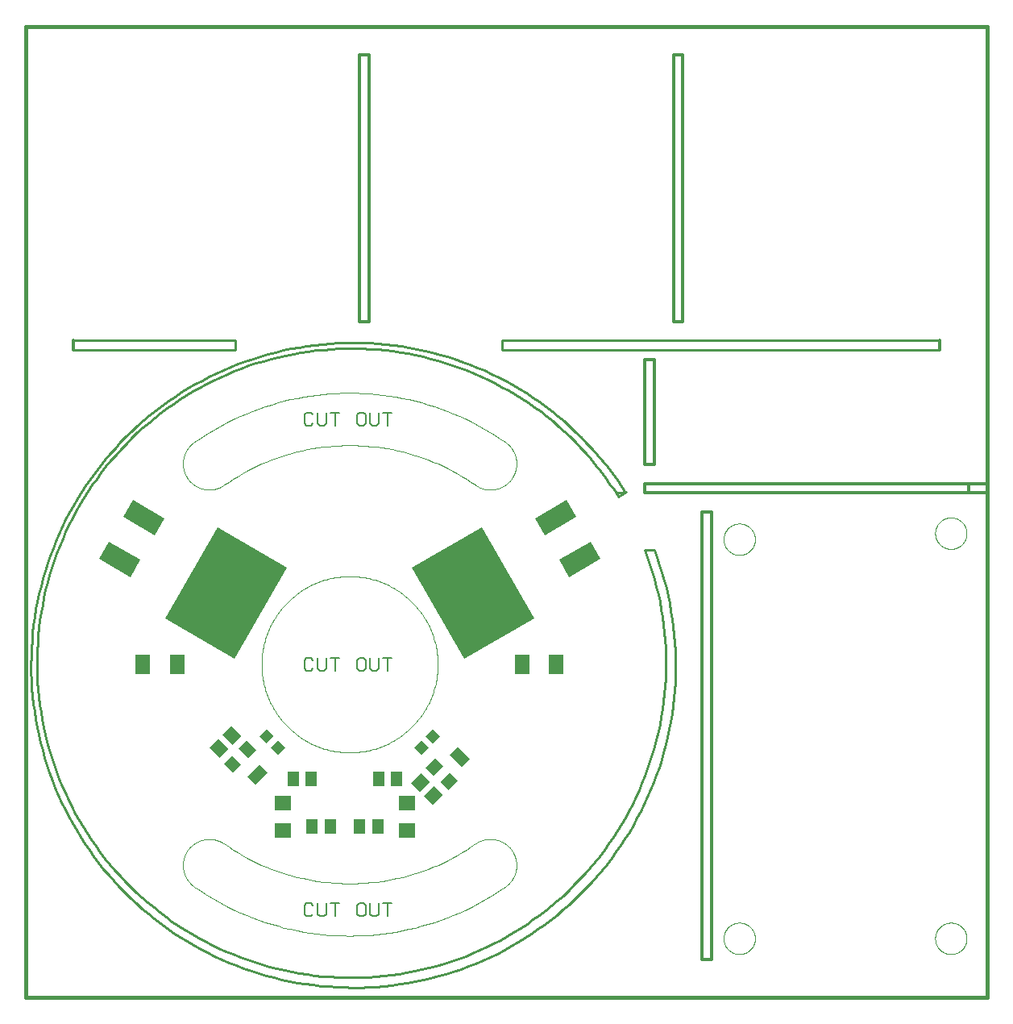
<source format=gtp>
G75*
%MOIN*%
%OFA0B0*%
%FSLAX25Y25*%
%IPPOS*%
%LPD*%
%AMOC8*
5,1,8,0,0,1.08239X$1,22.5*
%
%ADD10C,0.00000*%
%ADD11C,0.00500*%
%ADD12C,0.00000*%
%ADD13C,0.01600*%
%ADD14C,0.01200*%
%ADD15C,0.01000*%
%ADD16R,0.43307X0.33465*%
%ADD17R,0.15000X0.08189*%
%ADD18R,0.04134X0.04252*%
%ADD19R,0.05118X0.05906*%
%ADD20R,0.05906X0.08268*%
%ADD21R,0.07087X0.04724*%
%ADD22R,0.04724X0.05512*%
%ADD23R,0.07098X0.06299*%
D10*
X0099241Y0163309D02*
X0099252Y0164203D01*
X0099285Y0165096D01*
X0099340Y0165988D01*
X0099416Y0166878D01*
X0099515Y0167767D01*
X0099635Y0168652D01*
X0099777Y0169535D01*
X0099941Y0170414D01*
X0100126Y0171288D01*
X0100332Y0172158D01*
X0100560Y0173022D01*
X0100809Y0173880D01*
X0101079Y0174732D01*
X0101370Y0175578D01*
X0101681Y0176415D01*
X0102013Y0177245D01*
X0102365Y0178067D01*
X0102737Y0178879D01*
X0103129Y0179682D01*
X0103541Y0180476D01*
X0103972Y0181259D01*
X0104422Y0182031D01*
X0104891Y0182792D01*
X0105378Y0183541D01*
X0105884Y0184278D01*
X0106408Y0185003D01*
X0106949Y0185714D01*
X0107507Y0186412D01*
X0108083Y0187096D01*
X0108675Y0187765D01*
X0109283Y0188420D01*
X0109907Y0189060D01*
X0110547Y0189684D01*
X0111202Y0190292D01*
X0111871Y0190884D01*
X0112555Y0191460D01*
X0113253Y0192018D01*
X0113964Y0192559D01*
X0114689Y0193083D01*
X0115426Y0193589D01*
X0116175Y0194076D01*
X0116936Y0194545D01*
X0117708Y0194995D01*
X0118491Y0195426D01*
X0119285Y0195838D01*
X0120088Y0196230D01*
X0120900Y0196602D01*
X0121722Y0196954D01*
X0122552Y0197286D01*
X0123389Y0197597D01*
X0124235Y0197888D01*
X0125087Y0198158D01*
X0125945Y0198407D01*
X0126809Y0198635D01*
X0127679Y0198841D01*
X0128553Y0199026D01*
X0129432Y0199190D01*
X0130315Y0199332D01*
X0131200Y0199452D01*
X0132089Y0199551D01*
X0132979Y0199627D01*
X0133871Y0199682D01*
X0134764Y0199715D01*
X0135658Y0199726D01*
X0136552Y0199715D01*
X0137445Y0199682D01*
X0138337Y0199627D01*
X0139227Y0199551D01*
X0140116Y0199452D01*
X0141001Y0199332D01*
X0141884Y0199190D01*
X0142763Y0199026D01*
X0143637Y0198841D01*
X0144507Y0198635D01*
X0145371Y0198407D01*
X0146229Y0198158D01*
X0147081Y0197888D01*
X0147927Y0197597D01*
X0148764Y0197286D01*
X0149594Y0196954D01*
X0150416Y0196602D01*
X0151228Y0196230D01*
X0152031Y0195838D01*
X0152825Y0195426D01*
X0153608Y0194995D01*
X0154380Y0194545D01*
X0155141Y0194076D01*
X0155890Y0193589D01*
X0156627Y0193083D01*
X0157352Y0192559D01*
X0158063Y0192018D01*
X0158761Y0191460D01*
X0159445Y0190884D01*
X0160114Y0190292D01*
X0160769Y0189684D01*
X0161409Y0189060D01*
X0162033Y0188420D01*
X0162641Y0187765D01*
X0163233Y0187096D01*
X0163809Y0186412D01*
X0164367Y0185714D01*
X0164908Y0185003D01*
X0165432Y0184278D01*
X0165938Y0183541D01*
X0166425Y0182792D01*
X0166894Y0182031D01*
X0167344Y0181259D01*
X0167775Y0180476D01*
X0168187Y0179682D01*
X0168579Y0178879D01*
X0168951Y0178067D01*
X0169303Y0177245D01*
X0169635Y0176415D01*
X0169946Y0175578D01*
X0170237Y0174732D01*
X0170507Y0173880D01*
X0170756Y0173022D01*
X0170984Y0172158D01*
X0171190Y0171288D01*
X0171375Y0170414D01*
X0171539Y0169535D01*
X0171681Y0168652D01*
X0171801Y0167767D01*
X0171900Y0166878D01*
X0171976Y0165988D01*
X0172031Y0165096D01*
X0172064Y0164203D01*
X0172075Y0163309D01*
X0172064Y0162415D01*
X0172031Y0161522D01*
X0171976Y0160630D01*
X0171900Y0159740D01*
X0171801Y0158851D01*
X0171681Y0157966D01*
X0171539Y0157083D01*
X0171375Y0156204D01*
X0171190Y0155330D01*
X0170984Y0154460D01*
X0170756Y0153596D01*
X0170507Y0152738D01*
X0170237Y0151886D01*
X0169946Y0151040D01*
X0169635Y0150203D01*
X0169303Y0149373D01*
X0168951Y0148551D01*
X0168579Y0147739D01*
X0168187Y0146936D01*
X0167775Y0146142D01*
X0167344Y0145359D01*
X0166894Y0144587D01*
X0166425Y0143826D01*
X0165938Y0143077D01*
X0165432Y0142340D01*
X0164908Y0141615D01*
X0164367Y0140904D01*
X0163809Y0140206D01*
X0163233Y0139522D01*
X0162641Y0138853D01*
X0162033Y0138198D01*
X0161409Y0137558D01*
X0160769Y0136934D01*
X0160114Y0136326D01*
X0159445Y0135734D01*
X0158761Y0135158D01*
X0158063Y0134600D01*
X0157352Y0134059D01*
X0156627Y0133535D01*
X0155890Y0133029D01*
X0155141Y0132542D01*
X0154380Y0132073D01*
X0153608Y0131623D01*
X0152825Y0131192D01*
X0152031Y0130780D01*
X0151228Y0130388D01*
X0150416Y0130016D01*
X0149594Y0129664D01*
X0148764Y0129332D01*
X0147927Y0129021D01*
X0147081Y0128730D01*
X0146229Y0128460D01*
X0145371Y0128211D01*
X0144507Y0127983D01*
X0143637Y0127777D01*
X0142763Y0127592D01*
X0141884Y0127428D01*
X0141001Y0127286D01*
X0140116Y0127166D01*
X0139227Y0127067D01*
X0138337Y0126991D01*
X0137445Y0126936D01*
X0136552Y0126903D01*
X0135658Y0126892D01*
X0134764Y0126903D01*
X0133871Y0126936D01*
X0132979Y0126991D01*
X0132089Y0127067D01*
X0131200Y0127166D01*
X0130315Y0127286D01*
X0129432Y0127428D01*
X0128553Y0127592D01*
X0127679Y0127777D01*
X0126809Y0127983D01*
X0125945Y0128211D01*
X0125087Y0128460D01*
X0124235Y0128730D01*
X0123389Y0129021D01*
X0122552Y0129332D01*
X0121722Y0129664D01*
X0120900Y0130016D01*
X0120088Y0130388D01*
X0119285Y0130780D01*
X0118491Y0131192D01*
X0117708Y0131623D01*
X0116936Y0132073D01*
X0116175Y0132542D01*
X0115426Y0133029D01*
X0114689Y0133535D01*
X0113964Y0134059D01*
X0113253Y0134600D01*
X0112555Y0135158D01*
X0111871Y0135734D01*
X0111202Y0136326D01*
X0110547Y0136934D01*
X0109907Y0137558D01*
X0109283Y0138198D01*
X0108675Y0138853D01*
X0108083Y0139522D01*
X0107507Y0140206D01*
X0106949Y0140904D01*
X0106408Y0141615D01*
X0105884Y0142340D01*
X0105378Y0143077D01*
X0104891Y0143826D01*
X0104422Y0144587D01*
X0103972Y0145359D01*
X0103541Y0146142D01*
X0103129Y0146936D01*
X0102737Y0147739D01*
X0102365Y0148551D01*
X0102013Y0149373D01*
X0101681Y0150203D01*
X0101370Y0151040D01*
X0101079Y0151886D01*
X0100809Y0152738D01*
X0100560Y0153596D01*
X0100332Y0154460D01*
X0100126Y0155330D01*
X0099941Y0156204D01*
X0099777Y0157083D01*
X0099635Y0157966D01*
X0099515Y0158851D01*
X0099416Y0159740D01*
X0099340Y0160630D01*
X0099285Y0161522D01*
X0099252Y0162415D01*
X0099241Y0163309D01*
D11*
X0116876Y0161508D02*
X0117778Y0160607D01*
X0119581Y0160607D01*
X0120483Y0161508D01*
X0122314Y0161508D02*
X0123216Y0160607D01*
X0125019Y0160607D01*
X0125921Y0161508D01*
X0125921Y0166017D01*
X0127752Y0166017D02*
X0131358Y0166017D01*
X0129555Y0166017D02*
X0129555Y0160607D01*
X0122314Y0161508D02*
X0122314Y0166017D01*
X0120483Y0165115D02*
X0119581Y0166017D01*
X0117778Y0166017D01*
X0116876Y0165115D01*
X0116876Y0161508D01*
X0138627Y0161508D02*
X0139529Y0160607D01*
X0141332Y0160607D01*
X0142234Y0161508D01*
X0142234Y0165115D01*
X0141332Y0166017D01*
X0139529Y0166017D01*
X0138627Y0165115D01*
X0138627Y0161508D01*
X0144065Y0161508D02*
X0144966Y0160607D01*
X0146770Y0160607D01*
X0147672Y0161508D01*
X0147672Y0166017D01*
X0149503Y0166017D02*
X0153109Y0166017D01*
X0151306Y0166017D02*
X0151306Y0160607D01*
X0144065Y0161508D02*
X0144065Y0166017D01*
X0144966Y0261985D02*
X0146770Y0261985D01*
X0147672Y0262886D01*
X0147672Y0267395D01*
X0149503Y0267395D02*
X0153109Y0267395D01*
X0151306Y0267395D02*
X0151306Y0261985D01*
X0144966Y0261985D02*
X0144065Y0262886D01*
X0144065Y0267395D01*
X0142234Y0266493D02*
X0142234Y0262886D01*
X0141332Y0261985D01*
X0139529Y0261985D01*
X0138627Y0262886D01*
X0138627Y0266493D01*
X0139529Y0267395D01*
X0141332Y0267395D01*
X0142234Y0266493D01*
X0131358Y0267395D02*
X0127752Y0267395D01*
X0129555Y0267395D02*
X0129555Y0261985D01*
X0125921Y0262886D02*
X0125921Y0267395D01*
X0122314Y0267395D02*
X0122314Y0262886D01*
X0123216Y0261985D01*
X0125019Y0261985D01*
X0125921Y0262886D01*
X0120483Y0262886D02*
X0119581Y0261985D01*
X0117778Y0261985D01*
X0116876Y0262886D01*
X0116876Y0266493D01*
X0117778Y0267395D01*
X0119581Y0267395D01*
X0120483Y0266493D01*
X0119581Y0064639D02*
X0117778Y0064639D01*
X0116876Y0063737D01*
X0116876Y0060130D01*
X0117778Y0059229D01*
X0119581Y0059229D01*
X0120483Y0060130D01*
X0122314Y0060130D02*
X0123216Y0059229D01*
X0125019Y0059229D01*
X0125921Y0060130D01*
X0125921Y0064639D01*
X0127752Y0064639D02*
X0131358Y0064639D01*
X0129555Y0064639D02*
X0129555Y0059229D01*
X0122314Y0060130D02*
X0122314Y0064639D01*
X0120483Y0063737D02*
X0119581Y0064639D01*
X0138627Y0063737D02*
X0138627Y0060130D01*
X0139529Y0059229D01*
X0141332Y0059229D01*
X0142234Y0060130D01*
X0142234Y0063737D01*
X0141332Y0064639D01*
X0139529Y0064639D01*
X0138627Y0063737D01*
X0144065Y0064639D02*
X0144065Y0060130D01*
X0144966Y0059229D01*
X0146770Y0059229D01*
X0147672Y0060130D01*
X0147672Y0064639D01*
X0149503Y0064639D02*
X0153109Y0064639D01*
X0151306Y0064639D02*
X0151306Y0059229D01*
D12*
X0187596Y0089134D02*
X0187812Y0089281D01*
X0188032Y0089424D01*
X0188255Y0089560D01*
X0188481Y0089692D01*
X0188710Y0089818D01*
X0188943Y0089938D01*
X0189178Y0090053D01*
X0189416Y0090162D01*
X0189656Y0090265D01*
X0189899Y0090362D01*
X0190144Y0090454D01*
X0190391Y0090539D01*
X0190640Y0090619D01*
X0190892Y0090692D01*
X0191144Y0090760D01*
X0191399Y0090821D01*
X0191655Y0090876D01*
X0191912Y0090925D01*
X0192170Y0090968D01*
X0192429Y0091004D01*
X0192689Y0091034D01*
X0192949Y0091058D01*
X0193210Y0091076D01*
X0193472Y0091087D01*
X0193733Y0091092D01*
X0193995Y0091090D01*
X0194256Y0091083D01*
X0194518Y0091069D01*
X0194779Y0091048D01*
X0195039Y0091022D01*
X0195298Y0090989D01*
X0195557Y0090949D01*
X0195815Y0090904D01*
X0196071Y0090852D01*
X0196326Y0090795D01*
X0196580Y0090731D01*
X0196832Y0090660D01*
X0197083Y0090584D01*
X0197331Y0090502D01*
X0197577Y0090414D01*
X0197821Y0090320D01*
X0198063Y0090220D01*
X0198303Y0090114D01*
X0198539Y0090003D01*
X0198773Y0089885D01*
X0199004Y0089763D01*
X0199232Y0089634D01*
X0199457Y0089500D01*
X0199678Y0089361D01*
X0199896Y0089217D01*
X0200111Y0089067D01*
X0200322Y0088912D01*
X0200529Y0088752D01*
X0200732Y0088587D01*
X0200931Y0088417D01*
X0201126Y0088243D01*
X0201317Y0088063D01*
X0201503Y0087880D01*
X0201685Y0087691D01*
X0201862Y0087499D01*
X0202034Y0087302D01*
X0202202Y0087101D01*
X0202365Y0086896D01*
X0202522Y0086688D01*
X0202675Y0086475D01*
X0202822Y0086259D01*
X0202965Y0086039D01*
X0203101Y0085816D01*
X0203233Y0085590D01*
X0203359Y0085361D01*
X0203479Y0085128D01*
X0203594Y0084893D01*
X0203703Y0084655D01*
X0203806Y0084415D01*
X0203903Y0084172D01*
X0203995Y0083927D01*
X0204080Y0083680D01*
X0204160Y0083431D01*
X0204233Y0083179D01*
X0204301Y0082927D01*
X0204362Y0082672D01*
X0204417Y0082416D01*
X0204466Y0082159D01*
X0204509Y0081901D01*
X0204545Y0081642D01*
X0204575Y0081382D01*
X0204599Y0081122D01*
X0204617Y0080861D01*
X0204628Y0080599D01*
X0204633Y0080338D01*
X0204631Y0080076D01*
X0204624Y0079815D01*
X0204610Y0079553D01*
X0204589Y0079292D01*
X0204563Y0079032D01*
X0204530Y0078773D01*
X0204490Y0078514D01*
X0204445Y0078256D01*
X0204393Y0078000D01*
X0204336Y0077745D01*
X0204272Y0077491D01*
X0204201Y0077239D01*
X0204125Y0076988D01*
X0204043Y0076740D01*
X0203955Y0076494D01*
X0203861Y0076250D01*
X0203761Y0076008D01*
X0203655Y0075768D01*
X0203544Y0075532D01*
X0203426Y0075298D01*
X0203304Y0075067D01*
X0203175Y0074839D01*
X0203041Y0074614D01*
X0202902Y0074393D01*
X0202758Y0074175D01*
X0202608Y0073960D01*
X0202453Y0073749D01*
X0202293Y0073542D01*
X0202128Y0073339D01*
X0201958Y0073140D01*
X0201784Y0072945D01*
X0201604Y0072754D01*
X0201421Y0072568D01*
X0201232Y0072386D01*
X0201040Y0072209D01*
X0200843Y0072037D01*
X0200642Y0071869D01*
X0200437Y0071706D01*
X0200229Y0071549D01*
X0200016Y0071396D01*
X0197751Y0069851D01*
X0195449Y0068362D01*
X0193112Y0066929D01*
X0190740Y0065554D01*
X0188335Y0064238D01*
X0185899Y0062980D01*
X0183433Y0061783D01*
X0180938Y0060646D01*
X0178416Y0059570D01*
X0175869Y0058557D01*
X0173297Y0057605D01*
X0170704Y0056717D01*
X0168089Y0055893D01*
X0165455Y0055133D01*
X0162803Y0054437D01*
X0160135Y0053806D01*
X0157452Y0053241D01*
X0154756Y0052741D01*
X0152049Y0052308D01*
X0149332Y0051940D01*
X0146607Y0051640D01*
X0143876Y0051405D01*
X0141139Y0051238D01*
X0138399Y0051137D01*
X0135658Y0051104D01*
X0132917Y0051137D01*
X0130177Y0051238D01*
X0127440Y0051405D01*
X0124709Y0051640D01*
X0121984Y0051940D01*
X0119267Y0052308D01*
X0116560Y0052741D01*
X0113864Y0053241D01*
X0111181Y0053806D01*
X0108513Y0054437D01*
X0105861Y0055133D01*
X0103227Y0055893D01*
X0100612Y0056717D01*
X0098019Y0057605D01*
X0095447Y0058557D01*
X0092900Y0059570D01*
X0090378Y0060646D01*
X0087883Y0061783D01*
X0085417Y0062980D01*
X0082981Y0064238D01*
X0080576Y0065554D01*
X0078204Y0066929D01*
X0075867Y0068362D01*
X0073565Y0069851D01*
X0071300Y0071396D01*
X0071087Y0071549D01*
X0070879Y0071706D01*
X0070674Y0071869D01*
X0070473Y0072037D01*
X0070276Y0072209D01*
X0070084Y0072386D01*
X0069895Y0072568D01*
X0069712Y0072754D01*
X0069532Y0072945D01*
X0069358Y0073140D01*
X0069188Y0073339D01*
X0069023Y0073542D01*
X0068863Y0073749D01*
X0068708Y0073960D01*
X0068558Y0074175D01*
X0068414Y0074393D01*
X0068275Y0074614D01*
X0068141Y0074839D01*
X0068012Y0075067D01*
X0067890Y0075298D01*
X0067772Y0075532D01*
X0067661Y0075768D01*
X0067555Y0076008D01*
X0067455Y0076250D01*
X0067361Y0076494D01*
X0067273Y0076740D01*
X0067191Y0076988D01*
X0067115Y0077239D01*
X0067044Y0077491D01*
X0066980Y0077745D01*
X0066923Y0078000D01*
X0066871Y0078256D01*
X0066826Y0078514D01*
X0066786Y0078773D01*
X0066753Y0079032D01*
X0066727Y0079292D01*
X0066706Y0079553D01*
X0066692Y0079815D01*
X0066685Y0080076D01*
X0066683Y0080338D01*
X0066688Y0080599D01*
X0066699Y0080861D01*
X0066717Y0081122D01*
X0066741Y0081382D01*
X0066771Y0081642D01*
X0066807Y0081901D01*
X0066850Y0082159D01*
X0066899Y0082416D01*
X0066954Y0082672D01*
X0067015Y0082927D01*
X0067083Y0083179D01*
X0067156Y0083431D01*
X0067236Y0083680D01*
X0067321Y0083927D01*
X0067413Y0084172D01*
X0067510Y0084415D01*
X0067613Y0084655D01*
X0067722Y0084893D01*
X0067837Y0085128D01*
X0067957Y0085361D01*
X0068083Y0085590D01*
X0068215Y0085816D01*
X0068351Y0086039D01*
X0068494Y0086259D01*
X0068641Y0086475D01*
X0068794Y0086688D01*
X0068951Y0086896D01*
X0069114Y0087101D01*
X0069282Y0087302D01*
X0069454Y0087499D01*
X0069631Y0087691D01*
X0069813Y0087880D01*
X0069999Y0088063D01*
X0070190Y0088243D01*
X0070385Y0088417D01*
X0070584Y0088587D01*
X0070787Y0088752D01*
X0070994Y0088912D01*
X0071205Y0089067D01*
X0071420Y0089217D01*
X0071638Y0089361D01*
X0071859Y0089500D01*
X0072084Y0089634D01*
X0072312Y0089763D01*
X0072543Y0089885D01*
X0072777Y0090003D01*
X0073013Y0090114D01*
X0073253Y0090220D01*
X0073495Y0090320D01*
X0073739Y0090414D01*
X0073985Y0090502D01*
X0074233Y0090584D01*
X0074484Y0090660D01*
X0074736Y0090731D01*
X0074990Y0090795D01*
X0075245Y0090852D01*
X0075501Y0090904D01*
X0075759Y0090949D01*
X0076018Y0090989D01*
X0076277Y0091022D01*
X0076537Y0091048D01*
X0076798Y0091069D01*
X0077060Y0091083D01*
X0077321Y0091090D01*
X0077583Y0091092D01*
X0077844Y0091087D01*
X0078106Y0091076D01*
X0078367Y0091058D01*
X0078627Y0091034D01*
X0078887Y0091004D01*
X0079146Y0090968D01*
X0079404Y0090925D01*
X0079661Y0090876D01*
X0079917Y0090821D01*
X0080172Y0090760D01*
X0080424Y0090692D01*
X0080676Y0090619D01*
X0080925Y0090539D01*
X0081172Y0090454D01*
X0081417Y0090362D01*
X0081660Y0090265D01*
X0081900Y0090162D01*
X0082138Y0090053D01*
X0082373Y0089938D01*
X0082606Y0089818D01*
X0082835Y0089692D01*
X0083061Y0089560D01*
X0083284Y0089424D01*
X0083504Y0089281D01*
X0083720Y0089134D01*
X0085548Y0087887D01*
X0087406Y0086685D01*
X0089292Y0085529D01*
X0091206Y0084420D01*
X0093147Y0083357D01*
X0095113Y0082342D01*
X0097103Y0081376D01*
X0099117Y0080458D01*
X0101152Y0079590D01*
X0103207Y0078772D01*
X0105283Y0078005D01*
X0107376Y0077288D01*
X0109486Y0076623D01*
X0111612Y0076009D01*
X0113752Y0075448D01*
X0115905Y0074939D01*
X0118070Y0074483D01*
X0120245Y0074079D01*
X0122430Y0073729D01*
X0124623Y0073433D01*
X0126822Y0073190D01*
X0129026Y0073001D01*
X0131235Y0072866D01*
X0133446Y0072785D01*
X0135658Y0072758D01*
X0137870Y0072785D01*
X0140081Y0072866D01*
X0142290Y0073001D01*
X0144494Y0073190D01*
X0146693Y0073433D01*
X0148886Y0073729D01*
X0151071Y0074079D01*
X0153246Y0074483D01*
X0155411Y0074939D01*
X0157564Y0075448D01*
X0159704Y0076009D01*
X0161830Y0076623D01*
X0163940Y0077288D01*
X0166033Y0078005D01*
X0168109Y0078772D01*
X0170164Y0079590D01*
X0172199Y0080458D01*
X0174213Y0081376D01*
X0176203Y0082342D01*
X0178169Y0083357D01*
X0180110Y0084420D01*
X0182024Y0085529D01*
X0183910Y0086685D01*
X0185768Y0087887D01*
X0187596Y0089134D01*
X0200016Y0255222D02*
X0197751Y0256767D01*
X0195449Y0258256D01*
X0193112Y0259689D01*
X0190740Y0261064D01*
X0188335Y0262380D01*
X0185899Y0263638D01*
X0183433Y0264835D01*
X0180938Y0265972D01*
X0178416Y0267048D01*
X0175869Y0268061D01*
X0173297Y0269013D01*
X0170704Y0269901D01*
X0168089Y0270725D01*
X0165455Y0271485D01*
X0162803Y0272181D01*
X0160135Y0272812D01*
X0157452Y0273377D01*
X0154756Y0273877D01*
X0152049Y0274310D01*
X0149332Y0274678D01*
X0146607Y0274978D01*
X0143876Y0275213D01*
X0141139Y0275380D01*
X0138399Y0275481D01*
X0135658Y0275514D01*
X0132917Y0275481D01*
X0130177Y0275380D01*
X0127440Y0275213D01*
X0124709Y0274978D01*
X0121984Y0274678D01*
X0119267Y0274310D01*
X0116560Y0273877D01*
X0113864Y0273377D01*
X0111181Y0272812D01*
X0108513Y0272181D01*
X0105861Y0271485D01*
X0103227Y0270725D01*
X0100612Y0269901D01*
X0098019Y0269013D01*
X0095447Y0268061D01*
X0092900Y0267048D01*
X0090378Y0265972D01*
X0087883Y0264835D01*
X0085417Y0263638D01*
X0082981Y0262380D01*
X0080576Y0261064D01*
X0078204Y0259689D01*
X0075867Y0258256D01*
X0073565Y0256767D01*
X0071300Y0255222D01*
X0071087Y0255069D01*
X0070879Y0254912D01*
X0070674Y0254749D01*
X0070473Y0254581D01*
X0070276Y0254409D01*
X0070084Y0254232D01*
X0069895Y0254050D01*
X0069712Y0253864D01*
X0069532Y0253673D01*
X0069358Y0253478D01*
X0069188Y0253279D01*
X0069023Y0253076D01*
X0068863Y0252869D01*
X0068708Y0252658D01*
X0068558Y0252443D01*
X0068414Y0252225D01*
X0068275Y0252004D01*
X0068141Y0251779D01*
X0068012Y0251551D01*
X0067890Y0251320D01*
X0067772Y0251086D01*
X0067661Y0250850D01*
X0067555Y0250610D01*
X0067455Y0250368D01*
X0067361Y0250124D01*
X0067273Y0249878D01*
X0067191Y0249630D01*
X0067115Y0249379D01*
X0067044Y0249127D01*
X0066980Y0248873D01*
X0066923Y0248618D01*
X0066871Y0248362D01*
X0066826Y0248104D01*
X0066786Y0247845D01*
X0066753Y0247586D01*
X0066727Y0247326D01*
X0066706Y0247065D01*
X0066692Y0246803D01*
X0066685Y0246542D01*
X0066683Y0246280D01*
X0066688Y0246019D01*
X0066699Y0245757D01*
X0066717Y0245496D01*
X0066741Y0245236D01*
X0066771Y0244976D01*
X0066807Y0244717D01*
X0066850Y0244459D01*
X0066899Y0244202D01*
X0066954Y0243946D01*
X0067015Y0243691D01*
X0067083Y0243439D01*
X0067156Y0243187D01*
X0067236Y0242938D01*
X0067321Y0242691D01*
X0067413Y0242446D01*
X0067510Y0242203D01*
X0067613Y0241963D01*
X0067722Y0241725D01*
X0067837Y0241490D01*
X0067957Y0241257D01*
X0068083Y0241028D01*
X0068215Y0240802D01*
X0068351Y0240579D01*
X0068494Y0240359D01*
X0068641Y0240143D01*
X0068794Y0239930D01*
X0068951Y0239722D01*
X0069114Y0239517D01*
X0069282Y0239316D01*
X0069454Y0239119D01*
X0069631Y0238927D01*
X0069813Y0238738D01*
X0069999Y0238555D01*
X0070190Y0238375D01*
X0070385Y0238201D01*
X0070584Y0238031D01*
X0070787Y0237866D01*
X0070994Y0237706D01*
X0071205Y0237551D01*
X0071420Y0237401D01*
X0071638Y0237257D01*
X0071859Y0237118D01*
X0072084Y0236984D01*
X0072312Y0236855D01*
X0072543Y0236733D01*
X0072777Y0236615D01*
X0073013Y0236504D01*
X0073253Y0236398D01*
X0073495Y0236298D01*
X0073739Y0236204D01*
X0073985Y0236116D01*
X0074233Y0236034D01*
X0074484Y0235958D01*
X0074736Y0235887D01*
X0074990Y0235823D01*
X0075245Y0235766D01*
X0075501Y0235714D01*
X0075759Y0235669D01*
X0076018Y0235629D01*
X0076277Y0235596D01*
X0076537Y0235570D01*
X0076798Y0235549D01*
X0077060Y0235535D01*
X0077321Y0235528D01*
X0077583Y0235526D01*
X0077844Y0235531D01*
X0078106Y0235542D01*
X0078367Y0235560D01*
X0078627Y0235584D01*
X0078887Y0235614D01*
X0079146Y0235650D01*
X0079404Y0235693D01*
X0079661Y0235742D01*
X0079917Y0235797D01*
X0080172Y0235858D01*
X0080424Y0235926D01*
X0080676Y0235999D01*
X0080925Y0236079D01*
X0081172Y0236164D01*
X0081417Y0236256D01*
X0081660Y0236353D01*
X0081900Y0236456D01*
X0082138Y0236565D01*
X0082373Y0236680D01*
X0082606Y0236800D01*
X0082835Y0236926D01*
X0083061Y0237058D01*
X0083284Y0237194D01*
X0083504Y0237337D01*
X0083720Y0237484D01*
X0085548Y0238731D01*
X0087406Y0239933D01*
X0089292Y0241089D01*
X0091206Y0242198D01*
X0093147Y0243261D01*
X0095113Y0244276D01*
X0097103Y0245242D01*
X0099117Y0246160D01*
X0101152Y0247028D01*
X0103207Y0247846D01*
X0105283Y0248613D01*
X0107376Y0249330D01*
X0109486Y0249995D01*
X0111612Y0250609D01*
X0113752Y0251170D01*
X0115905Y0251679D01*
X0118070Y0252135D01*
X0120245Y0252539D01*
X0122430Y0252889D01*
X0124623Y0253185D01*
X0126822Y0253428D01*
X0129026Y0253617D01*
X0131235Y0253752D01*
X0133446Y0253833D01*
X0135658Y0253860D01*
X0137870Y0253833D01*
X0140081Y0253752D01*
X0142290Y0253617D01*
X0144494Y0253428D01*
X0146693Y0253185D01*
X0148886Y0252889D01*
X0151071Y0252539D01*
X0153246Y0252135D01*
X0155411Y0251679D01*
X0157564Y0251170D01*
X0159704Y0250609D01*
X0161830Y0249995D01*
X0163940Y0249330D01*
X0166033Y0248613D01*
X0168109Y0247846D01*
X0170164Y0247028D01*
X0172199Y0246160D01*
X0174213Y0245242D01*
X0176203Y0244276D01*
X0178169Y0243261D01*
X0180110Y0242198D01*
X0182024Y0241089D01*
X0183910Y0239933D01*
X0185768Y0238731D01*
X0187596Y0237484D01*
X0187812Y0237337D01*
X0188032Y0237194D01*
X0188255Y0237058D01*
X0188481Y0236926D01*
X0188710Y0236800D01*
X0188943Y0236680D01*
X0189178Y0236565D01*
X0189416Y0236456D01*
X0189656Y0236353D01*
X0189899Y0236256D01*
X0190144Y0236164D01*
X0190391Y0236079D01*
X0190640Y0235999D01*
X0190892Y0235926D01*
X0191144Y0235858D01*
X0191399Y0235797D01*
X0191655Y0235742D01*
X0191912Y0235693D01*
X0192170Y0235650D01*
X0192429Y0235614D01*
X0192689Y0235584D01*
X0192949Y0235560D01*
X0193210Y0235542D01*
X0193472Y0235531D01*
X0193733Y0235526D01*
X0193995Y0235528D01*
X0194256Y0235535D01*
X0194518Y0235549D01*
X0194779Y0235570D01*
X0195039Y0235596D01*
X0195298Y0235629D01*
X0195557Y0235669D01*
X0195815Y0235714D01*
X0196071Y0235766D01*
X0196326Y0235823D01*
X0196580Y0235887D01*
X0196832Y0235958D01*
X0197083Y0236034D01*
X0197331Y0236116D01*
X0197577Y0236204D01*
X0197821Y0236298D01*
X0198063Y0236398D01*
X0198303Y0236504D01*
X0198539Y0236615D01*
X0198773Y0236733D01*
X0199004Y0236855D01*
X0199232Y0236984D01*
X0199457Y0237118D01*
X0199678Y0237257D01*
X0199896Y0237401D01*
X0200111Y0237551D01*
X0200322Y0237706D01*
X0200529Y0237866D01*
X0200732Y0238031D01*
X0200931Y0238201D01*
X0201126Y0238375D01*
X0201317Y0238555D01*
X0201503Y0238738D01*
X0201685Y0238927D01*
X0201862Y0239119D01*
X0202034Y0239316D01*
X0202202Y0239517D01*
X0202365Y0239722D01*
X0202522Y0239930D01*
X0202675Y0240143D01*
X0202822Y0240359D01*
X0202965Y0240579D01*
X0203101Y0240802D01*
X0203233Y0241028D01*
X0203359Y0241257D01*
X0203479Y0241490D01*
X0203594Y0241725D01*
X0203703Y0241963D01*
X0203806Y0242203D01*
X0203903Y0242446D01*
X0203995Y0242691D01*
X0204080Y0242938D01*
X0204160Y0243187D01*
X0204233Y0243439D01*
X0204301Y0243691D01*
X0204362Y0243946D01*
X0204417Y0244202D01*
X0204466Y0244459D01*
X0204509Y0244717D01*
X0204545Y0244976D01*
X0204575Y0245236D01*
X0204599Y0245496D01*
X0204617Y0245757D01*
X0204628Y0246019D01*
X0204633Y0246280D01*
X0204631Y0246542D01*
X0204624Y0246803D01*
X0204610Y0247065D01*
X0204589Y0247326D01*
X0204563Y0247586D01*
X0204530Y0247845D01*
X0204490Y0248104D01*
X0204445Y0248362D01*
X0204393Y0248618D01*
X0204336Y0248873D01*
X0204272Y0249127D01*
X0204201Y0249379D01*
X0204125Y0249630D01*
X0204043Y0249878D01*
X0203955Y0250124D01*
X0203861Y0250368D01*
X0203761Y0250610D01*
X0203655Y0250850D01*
X0203544Y0251086D01*
X0203426Y0251320D01*
X0203304Y0251551D01*
X0203175Y0251779D01*
X0203041Y0252004D01*
X0202902Y0252225D01*
X0202758Y0252443D01*
X0202608Y0252658D01*
X0202453Y0252869D01*
X0202293Y0253076D01*
X0202128Y0253279D01*
X0201958Y0253478D01*
X0201784Y0253673D01*
X0201604Y0253864D01*
X0201421Y0254050D01*
X0201232Y0254232D01*
X0201040Y0254409D01*
X0200843Y0254581D01*
X0200642Y0254749D01*
X0200437Y0254912D01*
X0200229Y0255069D01*
X0200016Y0255222D01*
X0290320Y0215002D02*
X0290322Y0215163D01*
X0290328Y0215323D01*
X0290338Y0215484D01*
X0290352Y0215644D01*
X0290370Y0215804D01*
X0290391Y0215963D01*
X0290417Y0216122D01*
X0290447Y0216280D01*
X0290480Y0216437D01*
X0290518Y0216594D01*
X0290559Y0216749D01*
X0290604Y0216903D01*
X0290653Y0217056D01*
X0290706Y0217208D01*
X0290762Y0217359D01*
X0290823Y0217508D01*
X0290886Y0217656D01*
X0290954Y0217802D01*
X0291025Y0217946D01*
X0291099Y0218088D01*
X0291177Y0218229D01*
X0291259Y0218367D01*
X0291344Y0218504D01*
X0291432Y0218638D01*
X0291524Y0218770D01*
X0291619Y0218900D01*
X0291717Y0219028D01*
X0291818Y0219153D01*
X0291922Y0219275D01*
X0292029Y0219395D01*
X0292139Y0219512D01*
X0292252Y0219627D01*
X0292368Y0219738D01*
X0292487Y0219847D01*
X0292608Y0219952D01*
X0292732Y0220055D01*
X0292858Y0220155D01*
X0292986Y0220251D01*
X0293117Y0220344D01*
X0293251Y0220434D01*
X0293386Y0220521D01*
X0293524Y0220604D01*
X0293663Y0220684D01*
X0293805Y0220760D01*
X0293948Y0220833D01*
X0294093Y0220902D01*
X0294240Y0220968D01*
X0294388Y0221030D01*
X0294538Y0221088D01*
X0294689Y0221143D01*
X0294842Y0221194D01*
X0294996Y0221241D01*
X0295151Y0221284D01*
X0295307Y0221323D01*
X0295463Y0221359D01*
X0295621Y0221390D01*
X0295779Y0221418D01*
X0295938Y0221442D01*
X0296098Y0221462D01*
X0296258Y0221478D01*
X0296418Y0221490D01*
X0296579Y0221498D01*
X0296740Y0221502D01*
X0296900Y0221502D01*
X0297061Y0221498D01*
X0297222Y0221490D01*
X0297382Y0221478D01*
X0297542Y0221462D01*
X0297702Y0221442D01*
X0297861Y0221418D01*
X0298019Y0221390D01*
X0298177Y0221359D01*
X0298333Y0221323D01*
X0298489Y0221284D01*
X0298644Y0221241D01*
X0298798Y0221194D01*
X0298951Y0221143D01*
X0299102Y0221088D01*
X0299252Y0221030D01*
X0299400Y0220968D01*
X0299547Y0220902D01*
X0299692Y0220833D01*
X0299835Y0220760D01*
X0299977Y0220684D01*
X0300116Y0220604D01*
X0300254Y0220521D01*
X0300389Y0220434D01*
X0300523Y0220344D01*
X0300654Y0220251D01*
X0300782Y0220155D01*
X0300908Y0220055D01*
X0301032Y0219952D01*
X0301153Y0219847D01*
X0301272Y0219738D01*
X0301388Y0219627D01*
X0301501Y0219512D01*
X0301611Y0219395D01*
X0301718Y0219275D01*
X0301822Y0219153D01*
X0301923Y0219028D01*
X0302021Y0218900D01*
X0302116Y0218770D01*
X0302208Y0218638D01*
X0302296Y0218504D01*
X0302381Y0218367D01*
X0302463Y0218229D01*
X0302541Y0218088D01*
X0302615Y0217946D01*
X0302686Y0217802D01*
X0302754Y0217656D01*
X0302817Y0217508D01*
X0302878Y0217359D01*
X0302934Y0217208D01*
X0302987Y0217056D01*
X0303036Y0216903D01*
X0303081Y0216749D01*
X0303122Y0216594D01*
X0303160Y0216437D01*
X0303193Y0216280D01*
X0303223Y0216122D01*
X0303249Y0215963D01*
X0303270Y0215804D01*
X0303288Y0215644D01*
X0303302Y0215484D01*
X0303312Y0215323D01*
X0303318Y0215163D01*
X0303320Y0215002D01*
X0303318Y0214841D01*
X0303312Y0214681D01*
X0303302Y0214520D01*
X0303288Y0214360D01*
X0303270Y0214200D01*
X0303249Y0214041D01*
X0303223Y0213882D01*
X0303193Y0213724D01*
X0303160Y0213567D01*
X0303122Y0213410D01*
X0303081Y0213255D01*
X0303036Y0213101D01*
X0302987Y0212948D01*
X0302934Y0212796D01*
X0302878Y0212645D01*
X0302817Y0212496D01*
X0302754Y0212348D01*
X0302686Y0212202D01*
X0302615Y0212058D01*
X0302541Y0211916D01*
X0302463Y0211775D01*
X0302381Y0211637D01*
X0302296Y0211500D01*
X0302208Y0211366D01*
X0302116Y0211234D01*
X0302021Y0211104D01*
X0301923Y0210976D01*
X0301822Y0210851D01*
X0301718Y0210729D01*
X0301611Y0210609D01*
X0301501Y0210492D01*
X0301388Y0210377D01*
X0301272Y0210266D01*
X0301153Y0210157D01*
X0301032Y0210052D01*
X0300908Y0209949D01*
X0300782Y0209849D01*
X0300654Y0209753D01*
X0300523Y0209660D01*
X0300389Y0209570D01*
X0300254Y0209483D01*
X0300116Y0209400D01*
X0299977Y0209320D01*
X0299835Y0209244D01*
X0299692Y0209171D01*
X0299547Y0209102D01*
X0299400Y0209036D01*
X0299252Y0208974D01*
X0299102Y0208916D01*
X0298951Y0208861D01*
X0298798Y0208810D01*
X0298644Y0208763D01*
X0298489Y0208720D01*
X0298333Y0208681D01*
X0298177Y0208645D01*
X0298019Y0208614D01*
X0297861Y0208586D01*
X0297702Y0208562D01*
X0297542Y0208542D01*
X0297382Y0208526D01*
X0297222Y0208514D01*
X0297061Y0208506D01*
X0296900Y0208502D01*
X0296740Y0208502D01*
X0296579Y0208506D01*
X0296418Y0208514D01*
X0296258Y0208526D01*
X0296098Y0208542D01*
X0295938Y0208562D01*
X0295779Y0208586D01*
X0295621Y0208614D01*
X0295463Y0208645D01*
X0295307Y0208681D01*
X0295151Y0208720D01*
X0294996Y0208763D01*
X0294842Y0208810D01*
X0294689Y0208861D01*
X0294538Y0208916D01*
X0294388Y0208974D01*
X0294240Y0209036D01*
X0294093Y0209102D01*
X0293948Y0209171D01*
X0293805Y0209244D01*
X0293663Y0209320D01*
X0293524Y0209400D01*
X0293386Y0209483D01*
X0293251Y0209570D01*
X0293117Y0209660D01*
X0292986Y0209753D01*
X0292858Y0209849D01*
X0292732Y0209949D01*
X0292608Y0210052D01*
X0292487Y0210157D01*
X0292368Y0210266D01*
X0292252Y0210377D01*
X0292139Y0210492D01*
X0292029Y0210609D01*
X0291922Y0210729D01*
X0291818Y0210851D01*
X0291717Y0210976D01*
X0291619Y0211104D01*
X0291524Y0211234D01*
X0291432Y0211366D01*
X0291344Y0211500D01*
X0291259Y0211637D01*
X0291177Y0211775D01*
X0291099Y0211916D01*
X0291025Y0212058D01*
X0290954Y0212202D01*
X0290886Y0212348D01*
X0290823Y0212496D01*
X0290762Y0212645D01*
X0290706Y0212796D01*
X0290653Y0212948D01*
X0290604Y0213101D01*
X0290559Y0213255D01*
X0290518Y0213410D01*
X0290480Y0213567D01*
X0290447Y0213724D01*
X0290417Y0213882D01*
X0290391Y0214041D01*
X0290370Y0214200D01*
X0290352Y0214360D01*
X0290338Y0214520D01*
X0290328Y0214681D01*
X0290322Y0214841D01*
X0290320Y0215002D01*
X0377820Y0217502D02*
X0377822Y0217663D01*
X0377828Y0217823D01*
X0377838Y0217984D01*
X0377852Y0218144D01*
X0377870Y0218304D01*
X0377891Y0218463D01*
X0377917Y0218622D01*
X0377947Y0218780D01*
X0377980Y0218937D01*
X0378018Y0219094D01*
X0378059Y0219249D01*
X0378104Y0219403D01*
X0378153Y0219556D01*
X0378206Y0219708D01*
X0378262Y0219859D01*
X0378323Y0220008D01*
X0378386Y0220156D01*
X0378454Y0220302D01*
X0378525Y0220446D01*
X0378599Y0220588D01*
X0378677Y0220729D01*
X0378759Y0220867D01*
X0378844Y0221004D01*
X0378932Y0221138D01*
X0379024Y0221270D01*
X0379119Y0221400D01*
X0379217Y0221528D01*
X0379318Y0221653D01*
X0379422Y0221775D01*
X0379529Y0221895D01*
X0379639Y0222012D01*
X0379752Y0222127D01*
X0379868Y0222238D01*
X0379987Y0222347D01*
X0380108Y0222452D01*
X0380232Y0222555D01*
X0380358Y0222655D01*
X0380486Y0222751D01*
X0380617Y0222844D01*
X0380751Y0222934D01*
X0380886Y0223021D01*
X0381024Y0223104D01*
X0381163Y0223184D01*
X0381305Y0223260D01*
X0381448Y0223333D01*
X0381593Y0223402D01*
X0381740Y0223468D01*
X0381888Y0223530D01*
X0382038Y0223588D01*
X0382189Y0223643D01*
X0382342Y0223694D01*
X0382496Y0223741D01*
X0382651Y0223784D01*
X0382807Y0223823D01*
X0382963Y0223859D01*
X0383121Y0223890D01*
X0383279Y0223918D01*
X0383438Y0223942D01*
X0383598Y0223962D01*
X0383758Y0223978D01*
X0383918Y0223990D01*
X0384079Y0223998D01*
X0384240Y0224002D01*
X0384400Y0224002D01*
X0384561Y0223998D01*
X0384722Y0223990D01*
X0384882Y0223978D01*
X0385042Y0223962D01*
X0385202Y0223942D01*
X0385361Y0223918D01*
X0385519Y0223890D01*
X0385677Y0223859D01*
X0385833Y0223823D01*
X0385989Y0223784D01*
X0386144Y0223741D01*
X0386298Y0223694D01*
X0386451Y0223643D01*
X0386602Y0223588D01*
X0386752Y0223530D01*
X0386900Y0223468D01*
X0387047Y0223402D01*
X0387192Y0223333D01*
X0387335Y0223260D01*
X0387477Y0223184D01*
X0387616Y0223104D01*
X0387754Y0223021D01*
X0387889Y0222934D01*
X0388023Y0222844D01*
X0388154Y0222751D01*
X0388282Y0222655D01*
X0388408Y0222555D01*
X0388532Y0222452D01*
X0388653Y0222347D01*
X0388772Y0222238D01*
X0388888Y0222127D01*
X0389001Y0222012D01*
X0389111Y0221895D01*
X0389218Y0221775D01*
X0389322Y0221653D01*
X0389423Y0221528D01*
X0389521Y0221400D01*
X0389616Y0221270D01*
X0389708Y0221138D01*
X0389796Y0221004D01*
X0389881Y0220867D01*
X0389963Y0220729D01*
X0390041Y0220588D01*
X0390115Y0220446D01*
X0390186Y0220302D01*
X0390254Y0220156D01*
X0390317Y0220008D01*
X0390378Y0219859D01*
X0390434Y0219708D01*
X0390487Y0219556D01*
X0390536Y0219403D01*
X0390581Y0219249D01*
X0390622Y0219094D01*
X0390660Y0218937D01*
X0390693Y0218780D01*
X0390723Y0218622D01*
X0390749Y0218463D01*
X0390770Y0218304D01*
X0390788Y0218144D01*
X0390802Y0217984D01*
X0390812Y0217823D01*
X0390818Y0217663D01*
X0390820Y0217502D01*
X0390818Y0217341D01*
X0390812Y0217181D01*
X0390802Y0217020D01*
X0390788Y0216860D01*
X0390770Y0216700D01*
X0390749Y0216541D01*
X0390723Y0216382D01*
X0390693Y0216224D01*
X0390660Y0216067D01*
X0390622Y0215910D01*
X0390581Y0215755D01*
X0390536Y0215601D01*
X0390487Y0215448D01*
X0390434Y0215296D01*
X0390378Y0215145D01*
X0390317Y0214996D01*
X0390254Y0214848D01*
X0390186Y0214702D01*
X0390115Y0214558D01*
X0390041Y0214416D01*
X0389963Y0214275D01*
X0389881Y0214137D01*
X0389796Y0214000D01*
X0389708Y0213866D01*
X0389616Y0213734D01*
X0389521Y0213604D01*
X0389423Y0213476D01*
X0389322Y0213351D01*
X0389218Y0213229D01*
X0389111Y0213109D01*
X0389001Y0212992D01*
X0388888Y0212877D01*
X0388772Y0212766D01*
X0388653Y0212657D01*
X0388532Y0212552D01*
X0388408Y0212449D01*
X0388282Y0212349D01*
X0388154Y0212253D01*
X0388023Y0212160D01*
X0387889Y0212070D01*
X0387754Y0211983D01*
X0387616Y0211900D01*
X0387477Y0211820D01*
X0387335Y0211744D01*
X0387192Y0211671D01*
X0387047Y0211602D01*
X0386900Y0211536D01*
X0386752Y0211474D01*
X0386602Y0211416D01*
X0386451Y0211361D01*
X0386298Y0211310D01*
X0386144Y0211263D01*
X0385989Y0211220D01*
X0385833Y0211181D01*
X0385677Y0211145D01*
X0385519Y0211114D01*
X0385361Y0211086D01*
X0385202Y0211062D01*
X0385042Y0211042D01*
X0384882Y0211026D01*
X0384722Y0211014D01*
X0384561Y0211006D01*
X0384400Y0211002D01*
X0384240Y0211002D01*
X0384079Y0211006D01*
X0383918Y0211014D01*
X0383758Y0211026D01*
X0383598Y0211042D01*
X0383438Y0211062D01*
X0383279Y0211086D01*
X0383121Y0211114D01*
X0382963Y0211145D01*
X0382807Y0211181D01*
X0382651Y0211220D01*
X0382496Y0211263D01*
X0382342Y0211310D01*
X0382189Y0211361D01*
X0382038Y0211416D01*
X0381888Y0211474D01*
X0381740Y0211536D01*
X0381593Y0211602D01*
X0381448Y0211671D01*
X0381305Y0211744D01*
X0381163Y0211820D01*
X0381024Y0211900D01*
X0380886Y0211983D01*
X0380751Y0212070D01*
X0380617Y0212160D01*
X0380486Y0212253D01*
X0380358Y0212349D01*
X0380232Y0212449D01*
X0380108Y0212552D01*
X0379987Y0212657D01*
X0379868Y0212766D01*
X0379752Y0212877D01*
X0379639Y0212992D01*
X0379529Y0213109D01*
X0379422Y0213229D01*
X0379318Y0213351D01*
X0379217Y0213476D01*
X0379119Y0213604D01*
X0379024Y0213734D01*
X0378932Y0213866D01*
X0378844Y0214000D01*
X0378759Y0214137D01*
X0378677Y0214275D01*
X0378599Y0214416D01*
X0378525Y0214558D01*
X0378454Y0214702D01*
X0378386Y0214848D01*
X0378323Y0214996D01*
X0378262Y0215145D01*
X0378206Y0215296D01*
X0378153Y0215448D01*
X0378104Y0215601D01*
X0378059Y0215755D01*
X0378018Y0215910D01*
X0377980Y0216067D01*
X0377947Y0216224D01*
X0377917Y0216382D01*
X0377891Y0216541D01*
X0377870Y0216700D01*
X0377852Y0216860D01*
X0377838Y0217020D01*
X0377828Y0217181D01*
X0377822Y0217341D01*
X0377820Y0217502D01*
X0377820Y0050002D02*
X0377822Y0050163D01*
X0377828Y0050323D01*
X0377838Y0050484D01*
X0377852Y0050644D01*
X0377870Y0050804D01*
X0377891Y0050963D01*
X0377917Y0051122D01*
X0377947Y0051280D01*
X0377980Y0051437D01*
X0378018Y0051594D01*
X0378059Y0051749D01*
X0378104Y0051903D01*
X0378153Y0052056D01*
X0378206Y0052208D01*
X0378262Y0052359D01*
X0378323Y0052508D01*
X0378386Y0052656D01*
X0378454Y0052802D01*
X0378525Y0052946D01*
X0378599Y0053088D01*
X0378677Y0053229D01*
X0378759Y0053367D01*
X0378844Y0053504D01*
X0378932Y0053638D01*
X0379024Y0053770D01*
X0379119Y0053900D01*
X0379217Y0054028D01*
X0379318Y0054153D01*
X0379422Y0054275D01*
X0379529Y0054395D01*
X0379639Y0054512D01*
X0379752Y0054627D01*
X0379868Y0054738D01*
X0379987Y0054847D01*
X0380108Y0054952D01*
X0380232Y0055055D01*
X0380358Y0055155D01*
X0380486Y0055251D01*
X0380617Y0055344D01*
X0380751Y0055434D01*
X0380886Y0055521D01*
X0381024Y0055604D01*
X0381163Y0055684D01*
X0381305Y0055760D01*
X0381448Y0055833D01*
X0381593Y0055902D01*
X0381740Y0055968D01*
X0381888Y0056030D01*
X0382038Y0056088D01*
X0382189Y0056143D01*
X0382342Y0056194D01*
X0382496Y0056241D01*
X0382651Y0056284D01*
X0382807Y0056323D01*
X0382963Y0056359D01*
X0383121Y0056390D01*
X0383279Y0056418D01*
X0383438Y0056442D01*
X0383598Y0056462D01*
X0383758Y0056478D01*
X0383918Y0056490D01*
X0384079Y0056498D01*
X0384240Y0056502D01*
X0384400Y0056502D01*
X0384561Y0056498D01*
X0384722Y0056490D01*
X0384882Y0056478D01*
X0385042Y0056462D01*
X0385202Y0056442D01*
X0385361Y0056418D01*
X0385519Y0056390D01*
X0385677Y0056359D01*
X0385833Y0056323D01*
X0385989Y0056284D01*
X0386144Y0056241D01*
X0386298Y0056194D01*
X0386451Y0056143D01*
X0386602Y0056088D01*
X0386752Y0056030D01*
X0386900Y0055968D01*
X0387047Y0055902D01*
X0387192Y0055833D01*
X0387335Y0055760D01*
X0387477Y0055684D01*
X0387616Y0055604D01*
X0387754Y0055521D01*
X0387889Y0055434D01*
X0388023Y0055344D01*
X0388154Y0055251D01*
X0388282Y0055155D01*
X0388408Y0055055D01*
X0388532Y0054952D01*
X0388653Y0054847D01*
X0388772Y0054738D01*
X0388888Y0054627D01*
X0389001Y0054512D01*
X0389111Y0054395D01*
X0389218Y0054275D01*
X0389322Y0054153D01*
X0389423Y0054028D01*
X0389521Y0053900D01*
X0389616Y0053770D01*
X0389708Y0053638D01*
X0389796Y0053504D01*
X0389881Y0053367D01*
X0389963Y0053229D01*
X0390041Y0053088D01*
X0390115Y0052946D01*
X0390186Y0052802D01*
X0390254Y0052656D01*
X0390317Y0052508D01*
X0390378Y0052359D01*
X0390434Y0052208D01*
X0390487Y0052056D01*
X0390536Y0051903D01*
X0390581Y0051749D01*
X0390622Y0051594D01*
X0390660Y0051437D01*
X0390693Y0051280D01*
X0390723Y0051122D01*
X0390749Y0050963D01*
X0390770Y0050804D01*
X0390788Y0050644D01*
X0390802Y0050484D01*
X0390812Y0050323D01*
X0390818Y0050163D01*
X0390820Y0050002D01*
X0390818Y0049841D01*
X0390812Y0049681D01*
X0390802Y0049520D01*
X0390788Y0049360D01*
X0390770Y0049200D01*
X0390749Y0049041D01*
X0390723Y0048882D01*
X0390693Y0048724D01*
X0390660Y0048567D01*
X0390622Y0048410D01*
X0390581Y0048255D01*
X0390536Y0048101D01*
X0390487Y0047948D01*
X0390434Y0047796D01*
X0390378Y0047645D01*
X0390317Y0047496D01*
X0390254Y0047348D01*
X0390186Y0047202D01*
X0390115Y0047058D01*
X0390041Y0046916D01*
X0389963Y0046775D01*
X0389881Y0046637D01*
X0389796Y0046500D01*
X0389708Y0046366D01*
X0389616Y0046234D01*
X0389521Y0046104D01*
X0389423Y0045976D01*
X0389322Y0045851D01*
X0389218Y0045729D01*
X0389111Y0045609D01*
X0389001Y0045492D01*
X0388888Y0045377D01*
X0388772Y0045266D01*
X0388653Y0045157D01*
X0388532Y0045052D01*
X0388408Y0044949D01*
X0388282Y0044849D01*
X0388154Y0044753D01*
X0388023Y0044660D01*
X0387889Y0044570D01*
X0387754Y0044483D01*
X0387616Y0044400D01*
X0387477Y0044320D01*
X0387335Y0044244D01*
X0387192Y0044171D01*
X0387047Y0044102D01*
X0386900Y0044036D01*
X0386752Y0043974D01*
X0386602Y0043916D01*
X0386451Y0043861D01*
X0386298Y0043810D01*
X0386144Y0043763D01*
X0385989Y0043720D01*
X0385833Y0043681D01*
X0385677Y0043645D01*
X0385519Y0043614D01*
X0385361Y0043586D01*
X0385202Y0043562D01*
X0385042Y0043542D01*
X0384882Y0043526D01*
X0384722Y0043514D01*
X0384561Y0043506D01*
X0384400Y0043502D01*
X0384240Y0043502D01*
X0384079Y0043506D01*
X0383918Y0043514D01*
X0383758Y0043526D01*
X0383598Y0043542D01*
X0383438Y0043562D01*
X0383279Y0043586D01*
X0383121Y0043614D01*
X0382963Y0043645D01*
X0382807Y0043681D01*
X0382651Y0043720D01*
X0382496Y0043763D01*
X0382342Y0043810D01*
X0382189Y0043861D01*
X0382038Y0043916D01*
X0381888Y0043974D01*
X0381740Y0044036D01*
X0381593Y0044102D01*
X0381448Y0044171D01*
X0381305Y0044244D01*
X0381163Y0044320D01*
X0381024Y0044400D01*
X0380886Y0044483D01*
X0380751Y0044570D01*
X0380617Y0044660D01*
X0380486Y0044753D01*
X0380358Y0044849D01*
X0380232Y0044949D01*
X0380108Y0045052D01*
X0379987Y0045157D01*
X0379868Y0045266D01*
X0379752Y0045377D01*
X0379639Y0045492D01*
X0379529Y0045609D01*
X0379422Y0045729D01*
X0379318Y0045851D01*
X0379217Y0045976D01*
X0379119Y0046104D01*
X0379024Y0046234D01*
X0378932Y0046366D01*
X0378844Y0046500D01*
X0378759Y0046637D01*
X0378677Y0046775D01*
X0378599Y0046916D01*
X0378525Y0047058D01*
X0378454Y0047202D01*
X0378386Y0047348D01*
X0378323Y0047496D01*
X0378262Y0047645D01*
X0378206Y0047796D01*
X0378153Y0047948D01*
X0378104Y0048101D01*
X0378059Y0048255D01*
X0378018Y0048410D01*
X0377980Y0048567D01*
X0377947Y0048724D01*
X0377917Y0048882D01*
X0377891Y0049041D01*
X0377870Y0049200D01*
X0377852Y0049360D01*
X0377838Y0049520D01*
X0377828Y0049681D01*
X0377822Y0049841D01*
X0377820Y0050002D01*
X0290320Y0050002D02*
X0290322Y0050163D01*
X0290328Y0050323D01*
X0290338Y0050484D01*
X0290352Y0050644D01*
X0290370Y0050804D01*
X0290391Y0050963D01*
X0290417Y0051122D01*
X0290447Y0051280D01*
X0290480Y0051437D01*
X0290518Y0051594D01*
X0290559Y0051749D01*
X0290604Y0051903D01*
X0290653Y0052056D01*
X0290706Y0052208D01*
X0290762Y0052359D01*
X0290823Y0052508D01*
X0290886Y0052656D01*
X0290954Y0052802D01*
X0291025Y0052946D01*
X0291099Y0053088D01*
X0291177Y0053229D01*
X0291259Y0053367D01*
X0291344Y0053504D01*
X0291432Y0053638D01*
X0291524Y0053770D01*
X0291619Y0053900D01*
X0291717Y0054028D01*
X0291818Y0054153D01*
X0291922Y0054275D01*
X0292029Y0054395D01*
X0292139Y0054512D01*
X0292252Y0054627D01*
X0292368Y0054738D01*
X0292487Y0054847D01*
X0292608Y0054952D01*
X0292732Y0055055D01*
X0292858Y0055155D01*
X0292986Y0055251D01*
X0293117Y0055344D01*
X0293251Y0055434D01*
X0293386Y0055521D01*
X0293524Y0055604D01*
X0293663Y0055684D01*
X0293805Y0055760D01*
X0293948Y0055833D01*
X0294093Y0055902D01*
X0294240Y0055968D01*
X0294388Y0056030D01*
X0294538Y0056088D01*
X0294689Y0056143D01*
X0294842Y0056194D01*
X0294996Y0056241D01*
X0295151Y0056284D01*
X0295307Y0056323D01*
X0295463Y0056359D01*
X0295621Y0056390D01*
X0295779Y0056418D01*
X0295938Y0056442D01*
X0296098Y0056462D01*
X0296258Y0056478D01*
X0296418Y0056490D01*
X0296579Y0056498D01*
X0296740Y0056502D01*
X0296900Y0056502D01*
X0297061Y0056498D01*
X0297222Y0056490D01*
X0297382Y0056478D01*
X0297542Y0056462D01*
X0297702Y0056442D01*
X0297861Y0056418D01*
X0298019Y0056390D01*
X0298177Y0056359D01*
X0298333Y0056323D01*
X0298489Y0056284D01*
X0298644Y0056241D01*
X0298798Y0056194D01*
X0298951Y0056143D01*
X0299102Y0056088D01*
X0299252Y0056030D01*
X0299400Y0055968D01*
X0299547Y0055902D01*
X0299692Y0055833D01*
X0299835Y0055760D01*
X0299977Y0055684D01*
X0300116Y0055604D01*
X0300254Y0055521D01*
X0300389Y0055434D01*
X0300523Y0055344D01*
X0300654Y0055251D01*
X0300782Y0055155D01*
X0300908Y0055055D01*
X0301032Y0054952D01*
X0301153Y0054847D01*
X0301272Y0054738D01*
X0301388Y0054627D01*
X0301501Y0054512D01*
X0301611Y0054395D01*
X0301718Y0054275D01*
X0301822Y0054153D01*
X0301923Y0054028D01*
X0302021Y0053900D01*
X0302116Y0053770D01*
X0302208Y0053638D01*
X0302296Y0053504D01*
X0302381Y0053367D01*
X0302463Y0053229D01*
X0302541Y0053088D01*
X0302615Y0052946D01*
X0302686Y0052802D01*
X0302754Y0052656D01*
X0302817Y0052508D01*
X0302878Y0052359D01*
X0302934Y0052208D01*
X0302987Y0052056D01*
X0303036Y0051903D01*
X0303081Y0051749D01*
X0303122Y0051594D01*
X0303160Y0051437D01*
X0303193Y0051280D01*
X0303223Y0051122D01*
X0303249Y0050963D01*
X0303270Y0050804D01*
X0303288Y0050644D01*
X0303302Y0050484D01*
X0303312Y0050323D01*
X0303318Y0050163D01*
X0303320Y0050002D01*
X0303318Y0049841D01*
X0303312Y0049681D01*
X0303302Y0049520D01*
X0303288Y0049360D01*
X0303270Y0049200D01*
X0303249Y0049041D01*
X0303223Y0048882D01*
X0303193Y0048724D01*
X0303160Y0048567D01*
X0303122Y0048410D01*
X0303081Y0048255D01*
X0303036Y0048101D01*
X0302987Y0047948D01*
X0302934Y0047796D01*
X0302878Y0047645D01*
X0302817Y0047496D01*
X0302754Y0047348D01*
X0302686Y0047202D01*
X0302615Y0047058D01*
X0302541Y0046916D01*
X0302463Y0046775D01*
X0302381Y0046637D01*
X0302296Y0046500D01*
X0302208Y0046366D01*
X0302116Y0046234D01*
X0302021Y0046104D01*
X0301923Y0045976D01*
X0301822Y0045851D01*
X0301718Y0045729D01*
X0301611Y0045609D01*
X0301501Y0045492D01*
X0301388Y0045377D01*
X0301272Y0045266D01*
X0301153Y0045157D01*
X0301032Y0045052D01*
X0300908Y0044949D01*
X0300782Y0044849D01*
X0300654Y0044753D01*
X0300523Y0044660D01*
X0300389Y0044570D01*
X0300254Y0044483D01*
X0300116Y0044400D01*
X0299977Y0044320D01*
X0299835Y0044244D01*
X0299692Y0044171D01*
X0299547Y0044102D01*
X0299400Y0044036D01*
X0299252Y0043974D01*
X0299102Y0043916D01*
X0298951Y0043861D01*
X0298798Y0043810D01*
X0298644Y0043763D01*
X0298489Y0043720D01*
X0298333Y0043681D01*
X0298177Y0043645D01*
X0298019Y0043614D01*
X0297861Y0043586D01*
X0297702Y0043562D01*
X0297542Y0043542D01*
X0297382Y0043526D01*
X0297222Y0043514D01*
X0297061Y0043506D01*
X0296900Y0043502D01*
X0296740Y0043502D01*
X0296579Y0043506D01*
X0296418Y0043514D01*
X0296258Y0043526D01*
X0296098Y0043542D01*
X0295938Y0043562D01*
X0295779Y0043586D01*
X0295621Y0043614D01*
X0295463Y0043645D01*
X0295307Y0043681D01*
X0295151Y0043720D01*
X0294996Y0043763D01*
X0294842Y0043810D01*
X0294689Y0043861D01*
X0294538Y0043916D01*
X0294388Y0043974D01*
X0294240Y0044036D01*
X0294093Y0044102D01*
X0293948Y0044171D01*
X0293805Y0044244D01*
X0293663Y0044320D01*
X0293524Y0044400D01*
X0293386Y0044483D01*
X0293251Y0044570D01*
X0293117Y0044660D01*
X0292986Y0044753D01*
X0292858Y0044849D01*
X0292732Y0044949D01*
X0292608Y0045052D01*
X0292487Y0045157D01*
X0292368Y0045266D01*
X0292252Y0045377D01*
X0292139Y0045492D01*
X0292029Y0045609D01*
X0291922Y0045729D01*
X0291818Y0045851D01*
X0291717Y0045976D01*
X0291619Y0046104D01*
X0291524Y0046234D01*
X0291432Y0046366D01*
X0291344Y0046500D01*
X0291259Y0046637D01*
X0291177Y0046775D01*
X0291099Y0046916D01*
X0291025Y0047058D01*
X0290954Y0047202D01*
X0290886Y0047348D01*
X0290823Y0047496D01*
X0290762Y0047645D01*
X0290706Y0047796D01*
X0290653Y0047948D01*
X0290604Y0048101D01*
X0290559Y0048255D01*
X0290518Y0048410D01*
X0290480Y0048567D01*
X0290447Y0048724D01*
X0290417Y0048882D01*
X0290391Y0049041D01*
X0290370Y0049200D01*
X0290352Y0049360D01*
X0290338Y0049520D01*
X0290328Y0049681D01*
X0290322Y0049841D01*
X0290320Y0050002D01*
D13*
X0399438Y0025514D02*
X0001800Y0025514D01*
X0001800Y0427089D01*
X0399438Y0427089D01*
X0399438Y0238113D01*
X0399438Y0234176D01*
X0399438Y0025514D01*
D14*
X0285265Y0041262D02*
X0281328Y0041262D01*
X0281328Y0226302D01*
X0285265Y0226302D01*
X0285265Y0041262D01*
X0257706Y0234176D02*
X0257706Y0238113D01*
X0391564Y0238113D01*
X0391564Y0234176D01*
X0399438Y0234176D01*
X0399438Y0238113D02*
X0391564Y0238113D01*
X0391564Y0234176D02*
X0257706Y0234176D01*
X0257706Y0245987D02*
X0261643Y0245987D01*
X0261643Y0289294D01*
X0257706Y0289294D01*
X0257706Y0245987D01*
X0269517Y0305042D02*
X0269517Y0415278D01*
X0273454Y0415278D01*
X0273454Y0305042D01*
X0269517Y0305042D01*
X0379753Y0297168D02*
X0379753Y0293231D01*
X0143532Y0305042D02*
X0139595Y0305042D01*
X0139595Y0415278D01*
X0143532Y0415278D01*
X0143532Y0305042D01*
X0021485Y0297168D02*
X0021485Y0293231D01*
D15*
X0088414Y0293231D01*
X0088414Y0297168D01*
X0021485Y0297168D01*
X0246605Y0232818D02*
X0244886Y0235496D01*
X0243103Y0238130D01*
X0241256Y0240720D01*
X0239346Y0243264D01*
X0237375Y0245761D01*
X0235343Y0248208D01*
X0233252Y0250605D01*
X0231102Y0252951D01*
X0228896Y0255242D01*
X0226635Y0257480D01*
X0224320Y0259661D01*
X0221951Y0261785D01*
X0219532Y0263851D01*
X0217063Y0265856D01*
X0214546Y0267801D01*
X0211981Y0269684D01*
X0209372Y0271503D01*
X0206718Y0273258D01*
X0204023Y0274947D01*
X0201287Y0276570D01*
X0198512Y0278126D01*
X0195700Y0279613D01*
X0192852Y0281031D01*
X0189971Y0282379D01*
X0187058Y0283656D01*
X0184114Y0284861D01*
X0181141Y0285994D01*
X0178142Y0287054D01*
X0175117Y0288040D01*
X0172070Y0288952D01*
X0169001Y0289790D01*
X0165912Y0290551D01*
X0162806Y0291237D01*
X0159684Y0291847D01*
X0156548Y0292381D01*
X0153400Y0292837D01*
X0150241Y0293216D01*
X0147074Y0293518D01*
X0143901Y0293743D01*
X0140724Y0293889D01*
X0137543Y0293958D01*
X0134362Y0293949D01*
X0131182Y0293863D01*
X0128005Y0293698D01*
X0124833Y0293456D01*
X0121668Y0293136D01*
X0118512Y0292739D01*
X0115367Y0292265D01*
X0112234Y0291714D01*
X0109115Y0291087D01*
X0106013Y0290383D01*
X0102928Y0289604D01*
X0099864Y0288750D01*
X0096822Y0287821D01*
X0093803Y0286818D01*
X0090810Y0285741D01*
X0087843Y0284591D01*
X0084906Y0283370D01*
X0082000Y0282076D01*
X0079126Y0280712D01*
X0076287Y0279278D01*
X0073483Y0277775D01*
X0070717Y0276204D01*
X0067990Y0274566D01*
X0065304Y0272861D01*
X0062661Y0271092D01*
X0060061Y0269258D01*
X0057508Y0267361D01*
X0055001Y0265402D01*
X0052543Y0263383D01*
X0050135Y0261304D01*
X0047779Y0259166D01*
X0045476Y0256972D01*
X0043227Y0254722D01*
X0041034Y0252418D01*
X0038898Y0250061D01*
X0036820Y0247652D01*
X0034802Y0245193D01*
X0032845Y0242685D01*
X0030949Y0240131D01*
X0029117Y0237530D01*
X0027348Y0234886D01*
X0025645Y0232199D01*
X0024008Y0229472D01*
X0022439Y0226705D01*
X0020937Y0223900D01*
X0019505Y0221060D01*
X0018142Y0218185D01*
X0016850Y0215278D01*
X0015630Y0212341D01*
X0014482Y0209374D01*
X0013406Y0206380D01*
X0012405Y0203361D01*
X0011477Y0200318D01*
X0010625Y0197253D01*
X0009847Y0194169D01*
X0009145Y0191066D01*
X0008519Y0187947D01*
X0007970Y0184814D01*
X0007498Y0181668D01*
X0007102Y0178511D01*
X0006784Y0175346D01*
X0006544Y0172174D01*
X0006381Y0168997D01*
X0006296Y0165817D01*
X0006288Y0162636D01*
X0006359Y0159456D01*
X0006507Y0156278D01*
X0006733Y0153105D01*
X0007037Y0149939D01*
X0007418Y0146780D01*
X0007876Y0143632D01*
X0008411Y0140497D01*
X0009022Y0137375D01*
X0009710Y0134269D01*
X0010473Y0131181D01*
X0011312Y0128112D01*
X0012226Y0125065D01*
X0013213Y0122041D01*
X0014275Y0119042D01*
X0015409Y0116070D01*
X0016616Y0113127D01*
X0017895Y0110214D01*
X0019244Y0107334D01*
X0020664Y0104487D01*
X0022152Y0101675D01*
X0023709Y0098901D01*
X0025334Y0096166D01*
X0027024Y0093472D01*
X0028781Y0090819D01*
X0030601Y0088211D01*
X0032485Y0085647D01*
X0034431Y0083131D01*
X0036438Y0080663D01*
X0038505Y0078244D01*
X0040630Y0075877D01*
X0042812Y0073563D01*
X0045051Y0071303D01*
X0047344Y0069098D01*
X0049690Y0066950D01*
X0052089Y0064860D01*
X0054537Y0062829D01*
X0057035Y0060859D01*
X0059580Y0058950D01*
X0062171Y0057105D01*
X0064806Y0055323D01*
X0067484Y0053606D01*
X0070203Y0051955D01*
X0072962Y0050372D01*
X0075759Y0048856D01*
X0078592Y0047409D01*
X0081459Y0046032D01*
X0084360Y0044725D01*
X0087291Y0043490D01*
X0090252Y0042327D01*
X0093241Y0041236D01*
X0096255Y0040219D01*
X0099293Y0039276D01*
X0102353Y0038408D01*
X0105434Y0037615D01*
X0108533Y0036897D01*
X0111649Y0036255D01*
X0114779Y0035690D01*
X0117922Y0035202D01*
X0121077Y0034790D01*
X0124240Y0034456D01*
X0127411Y0034199D01*
X0130587Y0034020D01*
X0133767Y0033919D01*
X0136948Y0033896D01*
X0140128Y0033950D01*
X0143307Y0034082D01*
X0146481Y0034292D01*
X0149649Y0034579D01*
X0152809Y0034944D01*
X0155959Y0035386D01*
X0159098Y0035905D01*
X0162223Y0036501D01*
X0165332Y0037172D01*
X0168424Y0037920D01*
X0171497Y0038743D01*
X0174549Y0039641D01*
X0177577Y0040614D01*
X0180582Y0041660D01*
X0183559Y0042779D01*
X0186509Y0043971D01*
X0189428Y0045235D01*
X0192316Y0046569D01*
X0195170Y0047974D01*
X0197989Y0049449D01*
X0200770Y0050992D01*
X0203514Y0052602D01*
X0206217Y0054279D01*
X0208878Y0056022D01*
X0211496Y0057829D01*
X0214069Y0059700D01*
X0216595Y0061633D01*
X0219074Y0063627D01*
X0221502Y0065682D01*
X0223880Y0067795D01*
X0226206Y0069966D01*
X0228477Y0072193D01*
X0230694Y0074474D01*
X0232854Y0076810D01*
X0234956Y0079197D01*
X0236999Y0081635D01*
X0238982Y0084123D01*
X0240903Y0086658D01*
X0242762Y0089240D01*
X0244558Y0091866D01*
X0246288Y0094535D01*
X0247952Y0097246D01*
X0249550Y0099997D01*
X0251080Y0102786D01*
X0252542Y0105611D01*
X0253933Y0108472D01*
X0255255Y0111366D01*
X0256505Y0114291D01*
X0257683Y0117246D01*
X0258789Y0120228D01*
X0259821Y0123237D01*
X0260780Y0126271D01*
X0261664Y0129326D01*
X0262473Y0132403D01*
X0263206Y0135498D01*
X0263863Y0138611D01*
X0264445Y0141738D01*
X0264949Y0144879D01*
X0265377Y0148032D01*
X0265727Y0151193D01*
X0266000Y0154363D01*
X0266195Y0157538D01*
X0266312Y0160717D01*
X0266352Y0163898D01*
X0266314Y0167078D01*
X0266198Y0170257D01*
X0266004Y0173433D01*
X0265733Y0176602D01*
X0265384Y0179764D01*
X0264958Y0182917D01*
X0264455Y0186058D01*
X0263876Y0189186D01*
X0263220Y0192298D01*
X0262488Y0195394D01*
X0261680Y0198471D01*
X0260798Y0201527D01*
X0259841Y0204561D01*
X0258810Y0207570D01*
X0257706Y0210554D01*
X0261643Y0210554D01*
X0249831Y0234176D02*
X0245894Y0234176D01*
X0246671Y0232484D02*
X0249870Y0234576D01*
X0198650Y0293231D02*
X0379753Y0293231D01*
X0379753Y0297168D02*
X0198650Y0297168D01*
X0198650Y0293231D01*
X0249831Y0234175D02*
X0248052Y0236919D01*
X0246206Y0239619D01*
X0244295Y0242273D01*
X0242319Y0244879D01*
X0240280Y0247435D01*
X0238178Y0249941D01*
X0236016Y0252395D01*
X0233794Y0254794D01*
X0231514Y0257139D01*
X0229178Y0259427D01*
X0226785Y0261657D01*
X0224339Y0263827D01*
X0221840Y0265937D01*
X0219291Y0267985D01*
X0216692Y0269970D01*
X0214044Y0271890D01*
X0211351Y0273745D01*
X0208613Y0275534D01*
X0205832Y0277254D01*
X0203009Y0278906D01*
X0200147Y0280488D01*
X0197247Y0281999D01*
X0194311Y0283439D01*
X0191340Y0284806D01*
X0188336Y0286100D01*
X0185302Y0287320D01*
X0182239Y0288465D01*
X0179148Y0289535D01*
X0176033Y0290529D01*
X0172893Y0291445D01*
X0169733Y0292285D01*
X0166552Y0293046D01*
X0163354Y0293730D01*
X0160140Y0294335D01*
X0156912Y0294860D01*
X0153673Y0295307D01*
X0150423Y0295674D01*
X0147165Y0295960D01*
X0143901Y0296167D01*
X0140633Y0296294D01*
X0137363Y0296341D01*
X0134093Y0296307D01*
X0130825Y0296193D01*
X0127560Y0295999D01*
X0124302Y0295725D01*
X0121050Y0295371D01*
X0117809Y0294938D01*
X0114579Y0294425D01*
X0111363Y0293833D01*
X0108162Y0293162D01*
X0104979Y0292413D01*
X0101815Y0291586D01*
X0098672Y0290682D01*
X0095552Y0289700D01*
X0092457Y0288643D01*
X0089390Y0287510D01*
X0086351Y0286302D01*
X0083342Y0285020D01*
X0080366Y0283664D01*
X0077424Y0282236D01*
X0074518Y0280736D01*
X0071649Y0279166D01*
X0068820Y0277525D01*
X0066032Y0275815D01*
X0063287Y0274038D01*
X0060586Y0272194D01*
X0057932Y0270284D01*
X0055325Y0268309D01*
X0052767Y0266271D01*
X0050260Y0264171D01*
X0047805Y0262011D01*
X0045404Y0259790D01*
X0043058Y0257512D01*
X0040769Y0255176D01*
X0038538Y0252785D01*
X0036366Y0250340D01*
X0034255Y0247842D01*
X0032206Y0245294D01*
X0030219Y0242696D01*
X0028297Y0240050D01*
X0026441Y0237357D01*
X0024651Y0234620D01*
X0022929Y0231840D01*
X0021276Y0229018D01*
X0019692Y0226157D01*
X0018179Y0223258D01*
X0016738Y0220322D01*
X0015369Y0217352D01*
X0014073Y0214349D01*
X0012852Y0211316D01*
X0011705Y0208253D01*
X0010634Y0205163D01*
X0009639Y0202048D01*
X0008720Y0198909D01*
X0007879Y0195749D01*
X0007116Y0192569D01*
X0006430Y0189371D01*
X0005824Y0186158D01*
X0005296Y0182930D01*
X0004848Y0179691D01*
X0004480Y0176441D01*
X0004191Y0173183D01*
X0003982Y0169920D01*
X0003854Y0166652D01*
X0003805Y0163382D01*
X0003837Y0160112D01*
X0003949Y0156843D01*
X0004142Y0153579D01*
X0004414Y0150320D01*
X0004766Y0147068D01*
X0005198Y0143827D01*
X0005709Y0140597D01*
X0006299Y0137380D01*
X0006968Y0134179D01*
X0007716Y0130995D01*
X0008541Y0127831D01*
X0009444Y0124687D01*
X0010423Y0121567D01*
X0011479Y0118472D01*
X0012610Y0115403D01*
X0013816Y0112364D01*
X0015097Y0109354D01*
X0016451Y0106377D01*
X0017877Y0103435D01*
X0019376Y0100528D01*
X0020945Y0097658D01*
X0022584Y0094829D01*
X0024292Y0092040D01*
X0026068Y0089294D01*
X0027911Y0086592D01*
X0029819Y0083936D01*
X0031792Y0081328D01*
X0033829Y0078769D01*
X0035927Y0076261D01*
X0038087Y0073805D01*
X0040306Y0071403D01*
X0042583Y0069056D01*
X0044918Y0066765D01*
X0047307Y0064533D01*
X0049751Y0062360D01*
X0052248Y0060247D01*
X0054795Y0058196D01*
X0057392Y0056209D01*
X0060037Y0054285D01*
X0062728Y0052428D01*
X0065465Y0050636D01*
X0068244Y0048913D01*
X0071065Y0047258D01*
X0073925Y0045673D01*
X0076824Y0044158D01*
X0079758Y0042715D01*
X0082728Y0041345D01*
X0085730Y0040047D01*
X0088763Y0038824D01*
X0091825Y0037676D01*
X0094914Y0036603D01*
X0098029Y0035606D01*
X0101167Y0034686D01*
X0104327Y0033843D01*
X0107506Y0033078D01*
X0110704Y0032391D01*
X0113917Y0031783D01*
X0117144Y0031253D01*
X0120383Y0030803D01*
X0123633Y0030433D01*
X0126890Y0030143D01*
X0130154Y0029932D01*
X0133421Y0029802D01*
X0136691Y0029752D01*
X0139962Y0029782D01*
X0143230Y0029892D01*
X0146495Y0030082D01*
X0149754Y0030353D01*
X0153006Y0030703D01*
X0156247Y0031133D01*
X0159478Y0031643D01*
X0162695Y0032231D01*
X0165896Y0032899D01*
X0169081Y0033644D01*
X0172245Y0034468D01*
X0175389Y0035369D01*
X0178510Y0036346D01*
X0181606Y0037401D01*
X0184675Y0038530D01*
X0187715Y0039735D01*
X0190725Y0041014D01*
X0193703Y0042366D01*
X0196646Y0043791D01*
X0199554Y0045288D01*
X0202424Y0046855D01*
X0205255Y0048493D01*
X0208045Y0050199D01*
X0210792Y0051974D01*
X0213495Y0053815D01*
X0216151Y0055722D01*
X0218761Y0057694D01*
X0221321Y0059729D01*
X0223830Y0061826D01*
X0226287Y0063984D01*
X0228690Y0066202D01*
X0231039Y0068478D01*
X0233330Y0070811D01*
X0235564Y0073200D01*
X0237739Y0075642D01*
X0239853Y0078138D01*
X0241905Y0080684D01*
X0243894Y0083280D01*
X0245819Y0085924D01*
X0247678Y0088614D01*
X0249471Y0091349D01*
X0251196Y0094128D01*
X0252852Y0096948D01*
X0254439Y0099807D01*
X0255955Y0102705D01*
X0257400Y0105639D01*
X0258772Y0108607D01*
X0260071Y0111609D01*
X0261295Y0114641D01*
X0262446Y0117702D01*
X0263520Y0120791D01*
X0264519Y0123905D01*
X0265441Y0127043D01*
X0266285Y0130202D01*
X0267052Y0133382D01*
X0267741Y0136579D01*
X0268351Y0139792D01*
X0268882Y0143018D01*
X0269334Y0146257D01*
X0269706Y0149507D01*
X0269998Y0152764D01*
X0270210Y0156027D01*
X0270342Y0159295D01*
X0270394Y0162565D01*
X0270366Y0165835D01*
X0270257Y0169104D01*
X0270069Y0172368D01*
X0269800Y0175628D01*
X0269451Y0178879D01*
X0269023Y0182122D01*
X0268515Y0185352D01*
X0267929Y0188570D01*
X0267263Y0191771D01*
X0266519Y0194956D01*
X0265697Y0198122D01*
X0264798Y0201266D01*
X0263822Y0204387D01*
X0262770Y0207483D01*
X0261642Y0210553D01*
D16*
G36*
X0190465Y0219955D02*
X0212118Y0182451D01*
X0183139Y0165719D01*
X0161486Y0203223D01*
X0190465Y0219955D01*
G37*
G36*
X0059199Y0182451D02*
X0080852Y0219955D01*
X0109831Y0203223D01*
X0088178Y0165719D01*
X0059199Y0182451D01*
G37*
D17*
G36*
X0044992Y0199382D02*
X0032002Y0206881D01*
X0036096Y0213972D01*
X0049086Y0206473D01*
X0044992Y0199382D01*
G37*
G36*
X0054992Y0216702D02*
X0042002Y0224201D01*
X0046096Y0231292D01*
X0059086Y0223793D01*
X0054992Y0216702D01*
G37*
G36*
X0212231Y0223793D02*
X0225221Y0231292D01*
X0229315Y0224201D01*
X0216325Y0216702D01*
X0212231Y0223793D01*
G37*
G36*
X0222231Y0206473D02*
X0235221Y0213972D01*
X0239315Y0206881D01*
X0226325Y0199382D01*
X0222231Y0206473D01*
G37*
D18*
G36*
X0173073Y0133690D02*
X0170150Y0130767D01*
X0167145Y0133772D01*
X0170068Y0136695D01*
X0173073Y0133690D01*
G37*
G36*
X0168201Y0128818D02*
X0165278Y0125895D01*
X0162273Y0128900D01*
X0165196Y0131823D01*
X0168201Y0128818D01*
G37*
G36*
X0106038Y0125895D02*
X0103115Y0128818D01*
X0106120Y0131823D01*
X0109043Y0128900D01*
X0106038Y0125895D01*
G37*
G36*
X0101167Y0130767D02*
X0098244Y0133690D01*
X0101249Y0136695D01*
X0104172Y0133772D01*
X0101167Y0130767D01*
G37*
D19*
G36*
X0082904Y0134217D02*
X0086523Y0137836D01*
X0090698Y0133661D01*
X0087079Y0130042D01*
X0082904Y0134217D01*
G37*
G36*
X0077615Y0128928D02*
X0081234Y0132547D01*
X0085409Y0128372D01*
X0081790Y0124753D01*
X0077615Y0128928D01*
G37*
X0112233Y0116065D03*
X0119713Y0116065D03*
X0120107Y0096380D03*
X0127587Y0096380D03*
X0139792Y0096380D03*
X0147272Y0096380D03*
X0147666Y0116065D03*
X0155146Y0116065D03*
G36*
X0164750Y0110555D02*
X0161131Y0114174D01*
X0165306Y0118349D01*
X0168925Y0114730D01*
X0164750Y0110555D01*
G37*
G36*
X0170040Y0105266D02*
X0166421Y0108885D01*
X0170596Y0113060D01*
X0174215Y0109441D01*
X0170040Y0105266D01*
G37*
D20*
X0206997Y0163309D03*
X0221170Y0163309D03*
X0064320Y0163309D03*
X0050146Y0163309D03*
D21*
G36*
X0093344Y0117097D02*
X0098354Y0122107D01*
X0101694Y0118767D01*
X0096684Y0113757D01*
X0093344Y0117097D01*
G37*
G36*
X0181871Y0120995D02*
X0176861Y0126005D01*
X0180201Y0129345D01*
X0185211Y0124335D01*
X0181871Y0120995D01*
G37*
D22*
G36*
X0176582Y0111252D02*
X0173242Y0114592D01*
X0177138Y0118488D01*
X0180478Y0115148D01*
X0176582Y0111252D01*
G37*
G36*
X0170457Y0117376D02*
X0167117Y0120716D01*
X0171013Y0124612D01*
X0174353Y0121272D01*
X0170457Y0117376D01*
G37*
G36*
X0089725Y0128510D02*
X0093065Y0131850D01*
X0096961Y0127954D01*
X0093621Y0124614D01*
X0089725Y0128510D01*
G37*
G36*
X0083601Y0122386D02*
X0086941Y0125726D01*
X0090837Y0121830D01*
X0087497Y0118490D01*
X0083601Y0122386D01*
G37*
D23*
X0108099Y0105916D03*
X0108099Y0094719D03*
X0159280Y0094719D03*
X0159280Y0105916D03*
M02*

</source>
